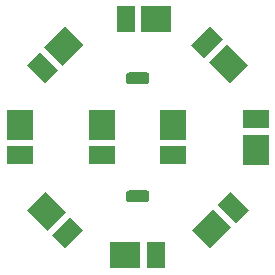
<source format=gbr>
%TF.GenerationSoftware,KiCad,Pcbnew,(5.1.6-0-10_14)*%
%TF.CreationDate,2021-01-01T02:06:57+01:00*%
%TF.ProjectId,lamp10,6c616d70-3130-42e6-9b69-6361645f7063,rev?*%
%TF.SameCoordinates,Original*%
%TF.FileFunction,Paste,Top*%
%TF.FilePolarity,Positive*%
%FSLAX46Y46*%
G04 Gerber Fmt 4.6, Leading zero omitted, Abs format (unit mm)*
G04 Created by KiCad (PCBNEW (5.1.6-0-10_14)) date 2021-01-01 02:06:57*
%MOMM*%
%LPD*%
G01*
G04 APERTURE LIST*
%ADD10R,2.200000X2.500000*%
%ADD11R,2.200000X1.550000*%
%ADD12C,0.100000*%
%ADD13R,2.500000X2.200000*%
%ADD14R,1.550000X2.200000*%
G04 APERTURE END LIST*
D10*
%TO.C,D1*%
X37000000Y-28950000D03*
D11*
X37000000Y-31525000D03*
%TD*%
%TO.C,D2*%
X43000000Y-31525000D03*
D10*
X43000000Y-28950000D03*
%TD*%
%TO.C,D3*%
X50000000Y-31050000D03*
D11*
X50000000Y-28475000D03*
%TD*%
D12*
%TO.C,D4*%
G36*
X48308148Y-37247487D02*
G01*
X46752513Y-35691852D01*
X47848528Y-34595837D01*
X49404163Y-36151472D01*
X48308148Y-37247487D01*
G37*
G36*
X46151472Y-39404163D02*
G01*
X44595837Y-37848528D01*
X46363604Y-36080761D01*
X47919239Y-37636396D01*
X46151472Y-39404163D01*
G37*
%TD*%
D13*
%TO.C,D5*%
X38950000Y-40000000D03*
D14*
X41525000Y-40000000D03*
%TD*%
D12*
%TO.C,D6*%
G36*
X32752513Y-38308148D02*
G01*
X34308148Y-36752513D01*
X35404163Y-37848528D01*
X33848528Y-39404163D01*
X32752513Y-38308148D01*
G37*
G36*
X30595837Y-36151472D02*
G01*
X32151472Y-34595837D01*
X33919239Y-36363604D01*
X32363604Y-37919239D01*
X30595837Y-36151472D01*
G37*
%TD*%
D10*
%TO.C,D7*%
X30000000Y-28950000D03*
D11*
X30000000Y-31525000D03*
%TD*%
D12*
%TO.C,D8*%
G36*
X31691852Y-22752513D02*
G01*
X33247487Y-24308148D01*
X32151472Y-25404163D01*
X30595837Y-23848528D01*
X31691852Y-22752513D01*
G37*
G36*
X33848528Y-20595837D02*
G01*
X35404163Y-22151472D01*
X33636396Y-23919239D01*
X32080761Y-22363604D01*
X33848528Y-20595837D01*
G37*
%TD*%
D13*
%TO.C,D9*%
X41575000Y-20000000D03*
D14*
X39000000Y-20000000D03*
%TD*%
D12*
%TO.C,D10*%
G36*
X47197487Y-21691852D02*
G01*
X45641852Y-23247487D01*
X44545837Y-22151472D01*
X46101472Y-20595837D01*
X47197487Y-21691852D01*
G37*
G36*
X49354163Y-23848528D02*
G01*
X47798528Y-25404163D01*
X46030761Y-23636396D01*
X47586396Y-22080761D01*
X49354163Y-23848528D01*
G37*
%TD*%
%TO.C,J1*%
G36*
G01*
X39250000Y-24500000D02*
X40750000Y-24500000D01*
G75*
G02*
X41000000Y-24750000I0J-250000D01*
G01*
X41000000Y-25250000D01*
G75*
G02*
X40750000Y-25500000I-250000J0D01*
G01*
X39250000Y-25500000D01*
G75*
G02*
X39000000Y-25250000I0J250000D01*
G01*
X39000000Y-24750000D01*
G75*
G02*
X39250000Y-24500000I250000J0D01*
G01*
G37*
%TD*%
%TO.C,J2*%
G36*
G01*
X40750000Y-35500000D02*
X39250000Y-35500000D01*
G75*
G02*
X39000000Y-35250000I0J250000D01*
G01*
X39000000Y-34750000D01*
G75*
G02*
X39250000Y-34500000I250000J0D01*
G01*
X40750000Y-34500000D01*
G75*
G02*
X41000000Y-34750000I0J-250000D01*
G01*
X41000000Y-35250000D01*
G75*
G02*
X40750000Y-35500000I-250000J0D01*
G01*
G37*
%TD*%
M02*

</source>
